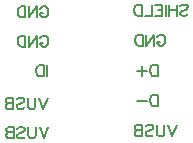
<source format=gbo>
G04 Layer: BottomSilkscreenLayer*
G04 EasyEDA v6.5.20, 2023-08-22 18:50:07*
G04 a67cddfb3fce44daa9051d46cbbcc19f,10*
G04 Gerber Generator version 0.2*
G04 Scale: 100 percent, Rotated: No, Reflected: No *
G04 Dimensions in millimeters *
G04 leading zeros omitted , absolute positions ,4 integer and 5 decimal *
%FSLAX45Y45*%
%MOMM*%

%ADD10C,0.2032*%

%LPD*%
D10*
X-567994Y-403560D02*
G01*
X-604357Y-499016D01*
X-640722Y-403560D02*
G01*
X-604357Y-499016D01*
X-670722Y-403560D02*
G01*
X-670722Y-471741D01*
X-675266Y-485378D01*
X-684357Y-494469D01*
X-697994Y-499016D01*
X-707085Y-499016D01*
X-720722Y-494469D01*
X-729813Y-485378D01*
X-734357Y-471741D01*
X-734357Y-403560D01*
X-827994Y-417197D02*
G01*
X-818903Y-408106D01*
X-805266Y-403560D01*
X-787085Y-403560D01*
X-773447Y-408106D01*
X-764357Y-417197D01*
X-764357Y-426288D01*
X-768903Y-435378D01*
X-773447Y-439922D01*
X-782540Y-444469D01*
X-809812Y-453560D01*
X-818903Y-458106D01*
X-823447Y-462650D01*
X-827994Y-471741D01*
X-827994Y-485378D01*
X-818903Y-494469D01*
X-805266Y-499016D01*
X-787085Y-499016D01*
X-773447Y-494469D01*
X-764357Y-485378D01*
X-857994Y-403560D02*
G01*
X-857994Y-499016D01*
X-857994Y-403560D02*
G01*
X-898903Y-403560D01*
X-912540Y-408106D01*
X-917084Y-412650D01*
X-921631Y-421741D01*
X-921631Y-430832D01*
X-917084Y-439922D01*
X-912540Y-444469D01*
X-898903Y-449016D01*
X-857994Y-449016D02*
G01*
X-898903Y-449016D01*
X-912540Y-453560D01*
X-917084Y-458106D01*
X-921631Y-467197D01*
X-921631Y-480832D01*
X-917084Y-489922D01*
X-912540Y-494469D01*
X-898903Y-499016D01*
X-857994Y-499016D01*
X-572617Y-155148D02*
G01*
X-608980Y-250604D01*
X-645345Y-155148D02*
G01*
X-608980Y-250604D01*
X-675345Y-155148D02*
G01*
X-675345Y-223329D01*
X-679889Y-236966D01*
X-688980Y-246057D01*
X-702617Y-250604D01*
X-711707Y-250604D01*
X-725345Y-246057D01*
X-734435Y-236966D01*
X-738979Y-223329D01*
X-738979Y-155148D01*
X-832617Y-168785D02*
G01*
X-823526Y-159694D01*
X-809889Y-155148D01*
X-791707Y-155148D01*
X-778070Y-159694D01*
X-768979Y-168785D01*
X-768979Y-177876D01*
X-773526Y-186966D01*
X-778070Y-191510D01*
X-787163Y-196057D01*
X-814435Y-205148D01*
X-823526Y-209694D01*
X-828070Y-214238D01*
X-832617Y-223329D01*
X-832617Y-236966D01*
X-823526Y-246057D01*
X-809889Y-250604D01*
X-791707Y-250604D01*
X-778070Y-246057D01*
X-768979Y-236966D01*
X-862617Y-155148D02*
G01*
X-862617Y-250604D01*
X-862617Y-155148D02*
G01*
X-903526Y-155148D01*
X-917163Y-159694D01*
X-921707Y-164238D01*
X-926254Y-173329D01*
X-926254Y-182420D01*
X-921707Y-191510D01*
X-917163Y-196057D01*
X-903526Y-200604D01*
X-862617Y-200604D02*
G01*
X-903526Y-200604D01*
X-917163Y-205148D01*
X-921707Y-209694D01*
X-926254Y-218785D01*
X-926254Y-232420D01*
X-921707Y-241510D01*
X-917163Y-246057D01*
X-903526Y-250604D01*
X-862617Y-250604D01*
X-576938Y120589D02*
G01*
X-576938Y25085D01*
X-606910Y120589D02*
G01*
X-606910Y25085D01*
X-606910Y120589D02*
G01*
X-638914Y120589D01*
X-652376Y116017D01*
X-661520Y107127D01*
X-666092Y97983D01*
X-670664Y84267D01*
X-670664Y61661D01*
X-666092Y47945D01*
X-661520Y38801D01*
X-652376Y29657D01*
X-638914Y25085D01*
X-606910Y25085D01*
X-636082Y348427D02*
G01*
X-631764Y357317D01*
X-622620Y366461D01*
X-613476Y371033D01*
X-595188Y371033D01*
X-586298Y366461D01*
X-577154Y357317D01*
X-572582Y348427D01*
X-568010Y334711D01*
X-568010Y311851D01*
X-572582Y298389D01*
X-577154Y289245D01*
X-586298Y280101D01*
X-595188Y275529D01*
X-613476Y275529D01*
X-622620Y280101D01*
X-631764Y289245D01*
X-636082Y298389D01*
X-636082Y311851D01*
X-613476Y311851D02*
G01*
X-636082Y311851D01*
X-666308Y371033D02*
G01*
X-666308Y275529D01*
X-666308Y371033D02*
G01*
X-729808Y275529D01*
X-729808Y371033D02*
G01*
X-729808Y275529D01*
X-759780Y371033D02*
G01*
X-759780Y275529D01*
X-759780Y371033D02*
G01*
X-791530Y371033D01*
X-805246Y366461D01*
X-814390Y357317D01*
X-818962Y348427D01*
X-823534Y334711D01*
X-823534Y311851D01*
X-818962Y298389D01*
X-814390Y289245D01*
X-805246Y280101D01*
X-791530Y275529D01*
X-759780Y275529D01*
X-636082Y598825D02*
G01*
X-631764Y607715D01*
X-622620Y616859D01*
X-613476Y621431D01*
X-595188Y621431D01*
X-586298Y616859D01*
X-577154Y607715D01*
X-572582Y598825D01*
X-568010Y585109D01*
X-568010Y562249D01*
X-572582Y548787D01*
X-577154Y539643D01*
X-586298Y530499D01*
X-595188Y525927D01*
X-613476Y525927D01*
X-622620Y530499D01*
X-631764Y539643D01*
X-636082Y548787D01*
X-636082Y562249D01*
X-613476Y562249D02*
G01*
X-636082Y562249D01*
X-666308Y621431D02*
G01*
X-666308Y525927D01*
X-666308Y621431D02*
G01*
X-729808Y525927D01*
X-729808Y621431D02*
G01*
X-729808Y525927D01*
X-759780Y621431D02*
G01*
X-759780Y525927D01*
X-759780Y621431D02*
G01*
X-791530Y621431D01*
X-805246Y616859D01*
X-814390Y607715D01*
X-818962Y598825D01*
X-823534Y585109D01*
X-823534Y562249D01*
X-818962Y548787D01*
X-814390Y539643D01*
X-805246Y530499D01*
X-791530Y525927D01*
X-759780Y525927D01*
X551233Y619643D02*
G01*
X560377Y628533D01*
X574093Y633105D01*
X592381Y633105D01*
X605843Y628533D01*
X614987Y619643D01*
X614987Y610499D01*
X610415Y601355D01*
X605843Y596783D01*
X596699Y592211D01*
X569521Y583067D01*
X560377Y578749D01*
X555805Y574177D01*
X551233Y565033D01*
X551233Y551317D01*
X560377Y542173D01*
X574093Y537601D01*
X592381Y537601D01*
X605843Y542173D01*
X614987Y551317D01*
X521261Y633105D02*
G01*
X521261Y537601D01*
X457761Y633105D02*
G01*
X457761Y537601D01*
X521261Y587639D02*
G01*
X457761Y587639D01*
X427789Y633105D02*
G01*
X427789Y537601D01*
X397817Y633105D02*
G01*
X397817Y537601D01*
X397817Y633105D02*
G01*
X338635Y633105D01*
X397817Y587639D02*
G01*
X361241Y587639D01*
X397817Y537601D02*
G01*
X338635Y537601D01*
X308663Y633105D02*
G01*
X308663Y537601D01*
X308663Y537601D02*
G01*
X254053Y537601D01*
X224081Y633105D02*
G01*
X224081Y537601D01*
X224081Y633105D02*
G01*
X192331Y633105D01*
X178615Y628533D01*
X169471Y619643D01*
X164899Y610499D01*
X160327Y596783D01*
X160327Y574177D01*
X164899Y560461D01*
X169471Y551317D01*
X178615Y542173D01*
X192331Y537601D01*
X224081Y537601D01*
X356115Y356151D02*
G01*
X360433Y365041D01*
X369577Y374185D01*
X378721Y378757D01*
X397009Y378757D01*
X405899Y374185D01*
X415043Y365041D01*
X419615Y356151D01*
X424187Y342435D01*
X424187Y319575D01*
X419615Y306113D01*
X415043Y296969D01*
X405899Y287825D01*
X397009Y283253D01*
X378721Y283253D01*
X369577Y287825D01*
X360433Y296969D01*
X356115Y306113D01*
X356115Y319575D01*
X378721Y319575D02*
G01*
X356115Y319575D01*
X325889Y378757D02*
G01*
X325889Y283253D01*
X325889Y378757D02*
G01*
X262389Y283253D01*
X262389Y378757D02*
G01*
X262389Y283253D01*
X232417Y378757D02*
G01*
X232417Y283253D01*
X232417Y378757D02*
G01*
X200667Y378757D01*
X186951Y374185D01*
X177807Y365041D01*
X173235Y356151D01*
X168663Y342435D01*
X168663Y319575D01*
X173235Y306113D01*
X177807Y296969D01*
X186951Y287825D01*
X200667Y283253D01*
X232417Y283253D01*
X360588Y124307D02*
G01*
X360588Y28803D01*
X360588Y124307D02*
G01*
X328838Y124307D01*
X315122Y119735D01*
X305978Y110845D01*
X301406Y101701D01*
X296834Y87985D01*
X296834Y65379D01*
X301406Y51663D01*
X305978Y42519D01*
X315122Y33375D01*
X328838Y28803D01*
X360588Y28803D01*
X225968Y110845D02*
G01*
X225968Y28803D01*
X266862Y69951D02*
G01*
X185074Y69951D01*
X360588Y-129692D02*
G01*
X360588Y-225196D01*
X360588Y-129692D02*
G01*
X328838Y-129692D01*
X315122Y-134264D01*
X305978Y-143154D01*
X301406Y-152298D01*
X296834Y-166014D01*
X296834Y-188620D01*
X301406Y-202336D01*
X305978Y-211480D01*
X315122Y-220624D01*
X328838Y-225196D01*
X360588Y-225196D01*
X266862Y-184048D02*
G01*
X185074Y-184048D01*
X519607Y-384408D02*
G01*
X483245Y-479864D01*
X446879Y-384408D02*
G01*
X483245Y-479864D01*
X416880Y-384408D02*
G01*
X416880Y-452589D01*
X412335Y-466227D01*
X403245Y-475317D01*
X389608Y-479864D01*
X380517Y-479864D01*
X366880Y-475317D01*
X357789Y-466227D01*
X353245Y-452589D01*
X353245Y-384408D01*
X259608Y-398045D02*
G01*
X268698Y-388955D01*
X282336Y-384408D01*
X300517Y-384408D01*
X314154Y-388955D01*
X323245Y-398045D01*
X323245Y-407136D01*
X318698Y-416227D01*
X314154Y-420771D01*
X305061Y-425317D01*
X277789Y-434408D01*
X268698Y-438955D01*
X264154Y-443499D01*
X259608Y-452589D01*
X259608Y-466227D01*
X268698Y-475317D01*
X282336Y-479864D01*
X300517Y-479864D01*
X314154Y-475317D01*
X323245Y-466227D01*
X229608Y-384408D02*
G01*
X229608Y-479864D01*
X229608Y-384408D02*
G01*
X188699Y-384408D01*
X175061Y-388955D01*
X170517Y-393499D01*
X165971Y-402589D01*
X165971Y-411680D01*
X170517Y-420771D01*
X175061Y-425317D01*
X188699Y-429864D01*
X229608Y-429864D02*
G01*
X188699Y-429864D01*
X175061Y-434408D01*
X170517Y-438955D01*
X165971Y-448045D01*
X165971Y-461680D01*
X170517Y-470771D01*
X175061Y-475317D01*
X188699Y-479864D01*
X229608Y-479864D01*
M02*

</source>
